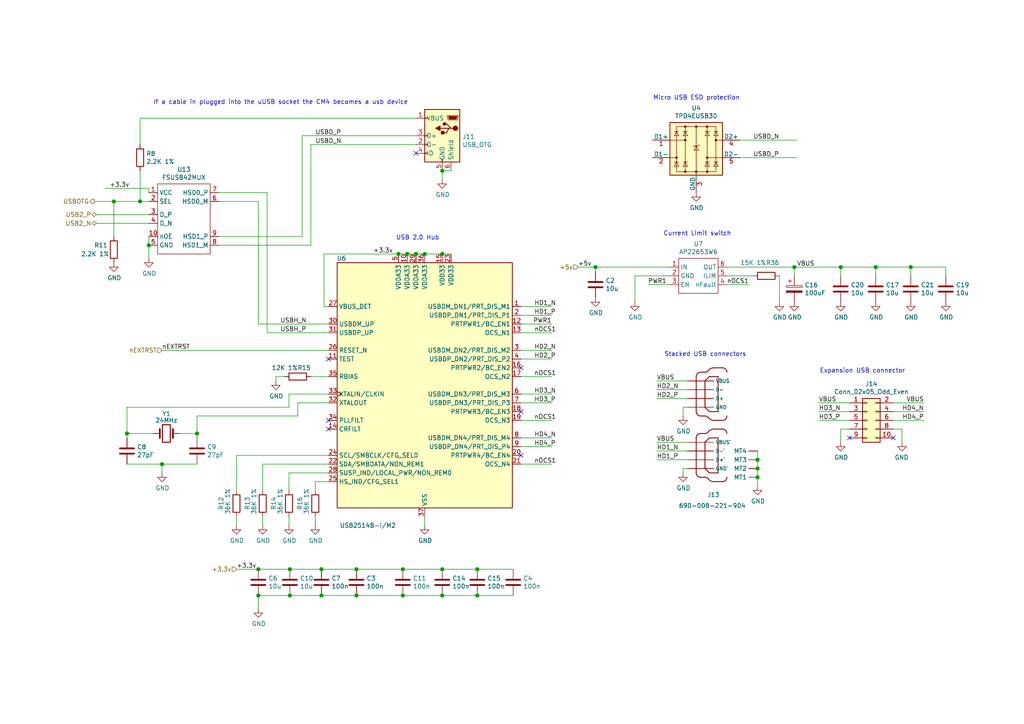
<source format=kicad_sch>
(kicad_sch (version 20230409) (generator eeschema)
  (paper "A4")
  (title_block (title "Compute Module 4 IO Board - USB") (rev "1") (company "© 2020-2022 Raspberry Pi Ltd (formerly Raspberry Pi (Trading) Ltd.)") (comment 1 "www.raspberrypi.com"))
  (lib_symbols
    (symbol "CM4IO:AP2553W6"
      (property "Reference" "U" (at 3.81 -6.35 0))
      (property "Value" "AP2553W6" (at -3.81 -6.35 0))
      (symbol "AP2553W6_0_0"
        (pin power_in line (at -8.89 2.54 0) (length 2.54) (name "IN") (number "1"))
        (pin power_out line (at -8.89 0 0) (length 2.54) (name "GND") (number "2"))
        (pin input line (at -8.89 -2.54 0) (length 2.54) (name "EN") (number "3"))
        (pin open_collector line (at 7.62 -2.54 180) (length 2.54) (name "nFault") (number "4"))
        (pin passive line (at 7.62 0 180) (length 2.54) (name "ILIM") (number "5"))
        (pin power_out line (at 7.62 2.54 180) (length 2.54) (name "OUT") (number "6"))
      )
    )
    (symbol "CM4IO:FSUSB42MX"
      (property "Reference" "U" (at -7.62 20.32 0))
      (property "Value" "FSUSB42MX" (at -2.54 -2.54 0))
      (symbol "FSUSB42MX_0_0"
        (pin power_in line (at 8.89 16.51 180) (length 2.54) (name "VCC") (number "1"))
        (pin input line (at 8.89 3.81 180) (length 2.54) (name "nOE") (number "10"))
        (pin input line (at 8.89 13.97 180) (length 2.54) (name "SEL") (number "2"))
        (pin bidirectional line (at 8.89 10.16 180) (length 2.54) (name "D_P") (number "3"))
        (pin bidirectional line (at 8.89 7.62 180) (length 2.54) (name "D_N") (number "4"))
        (pin power_in line (at 8.89 1.27 180) (length 2.54) (name "GND") (number "5"))
        (pin bidirectional line (at -11.43 13.97 0) (length 2.54) (name "HSD0_M") (number "6"))
        (pin bidirectional line (at -11.43 16.51 0) (length 2.54) (name "HSD0_P") (number "7"))
        (pin bidirectional line (at -11.43 1.27 0) (length 2.54) (name "HSD1_M") (number "8"))
        (pin bidirectional line (at -11.43 3.81 0) (length 2.54) (name "HSD1_P") (number "9"))
      )
    )
    (symbol "CM4IO:TPD4EUSB30" (pin_names (offset 0))
      (property "Reference" "U" (at -0.635 8.89 0))
      (property "Value" "TPD4EUSB30" (at 8.89 -10.16 0))
      (symbol "TPD4EUSB30_1_1"
        (pin passive line (at -12.7 2.54 0) (length 5.08) (name "D1+") (number "1"))
        (pin passive line (at -12.7 2.54 0) (length 5.08) hide (name "~") (number "10"))
        (pin passive line (at -12.7 -2.54 0) (length 5.08) (name "D1-") (number "2"))
        (pin power_in line (at 0 -12.7 90) (length 5.08) (name "GND") (number "3"))
        (pin passive line (at 12.7 2.54 180) (length 5.08) (name "D2+") (number "4"))
        (pin passive line (at 12.7 -2.54 180) (length 5.08) (name "D2-") (number "5"))
        (pin passive line (at 12.7 -2.54 180) (length 5.08) hide (name "~") (number "6"))
        (pin passive line (at 12.7 2.54 180) (length 5.08) hide (name "~") (number "7"))
        (pin passive line (at 0 -12.7 90) (length 5.08) hide (name "GND") (number "8"))
        (pin passive line (at -12.7 -2.54 0) (length 5.08) hide (name "~") (number "9"))
      )
    )
    (symbol "CM4IO:USB_67298-4090" (pin_numbers hide)
      (property "Reference" "J" (at -5.08 21.6408 0))
      (property "Value" "USB_67298-4090" (at -5.08 -17.8054 0))
      (symbol "USB_67298-4090_0_0"
        (pin power_in line (at -7.62 -2.54 0) (length 7.62) (name "VBUS`") (number "1"))
        (pin passive line (at -7.62 -5.08 0) (length 7.62) (name "D-`") (number "2"))
        (pin passive line (at -7.62 -7.62 0) (length 7.62) (name "D+`") (number "3"))
        (pin power_in line (at -7.62 -10.16 0) (length 7.62) (name "GND`") (number "4"))
        (pin power_in line (at -7.62 15.24 0) (length 7.62) (name "VBUS") (number "5"))
        (pin passive line (at -7.62 12.7 0) (length 7.62) (name "D-") (number "6"))
        (pin passive line (at -7.62 10.16 0) (length 7.62) (name "D+") (number "7"))
        (pin power_in line (at -7.62 7.62 0) (length 7.62) (name "GND") (number "8"))
        (pin passive line (at 12.7 -12.7 180) (length 2.54) (name "MT1") (number "MT1"))
        (pin passive line (at 12.7 -10.16 180) (length 2.54) (name "MT2") (number "MT2"))
        (pin passive line (at 12.7 -7.62 180) (length 2.54) (name "MT3") (number "MT3"))
        (pin passive line (at 12.7 -5.08 180) (length 2.54) (name "MT4") (number "MT4"))
      )
    )
    (symbol "Connector:USB_OTG"
      (property "Reference" "J" (at -5.08 11.43 0))
      (property "Value" "USB_OTG" (at -5.08 8.89 0))
      (symbol "USB_OTG_1_1"
        (pin power_in line (at 7.62 5.08 180) (length 2.54) (name "VBUS") (number "1"))
        (pin passive line (at 7.62 -2.54 180) (length 2.54) (name "D-") (number "2"))
        (pin passive line (at 7.62 0 180) (length 2.54) (name "D+") (number "3"))
        (pin passive line (at 7.62 -5.08 180) (length 2.54) (name "ID") (number "4"))
        (pin power_in line (at 0 -10.16 90) (length 2.54) (name "GND") (number "5"))
        (pin passive line (at -2.54 -10.16 90) (length 2.54) (name "Shield") (number "6"))
      )
    )
    (symbol "Connector_Generic:Conn_02x05_Odd_Even" (pin_names hide)
      (property "Reference" "J" (at 1.27 7.62 0))
      (property "Value" "Conn_02x05_Odd_Even" (at 1.27 -7.62 0))
      (symbol "Conn_02x05_Odd_Even_1_1"
        (pin passive line (at -5.08 5.08 0) (length 3.81) (name "Pin_1") (number "1"))
        (pin passive line (at 7.62 -5.08 180) (length 3.81) (name "Pin_10") (number "10"))
        (pin passive line (at 7.62 5.08 180) (length 3.81) (name "Pin_2") (number "2"))
        (pin passive line (at -5.08 2.54 0) (length 3.81) (name "Pin_3") (number "3"))
        (pin passive line (at 7.62 2.54 180) (length 3.81) (name "Pin_4") (number "4"))
        (pin passive line (at -5.08 0 0) (length 3.81) (name "Pin_5") (number "5"))
        (pin passive line (at 7.62 0 180) (length 3.81) (name "Pin_6") (number "6"))
        (pin passive line (at -5.08 -2.54 0) (length 3.81) (name "Pin_7") (number "7"))
        (pin passive line (at 7.62 -2.54 180) (length 3.81) (name "Pin_8") (number "8"))
        (pin passive line (at -5.08 -5.08 0) (length 3.81) (name "Pin_9") (number "9"))
      )
    )
    (symbol "Device:C" (pin_numbers hide) (pin_names (offset 0.254))
      (property "Reference" "C" (at 0.635 2.54 0))
      (property "Value" "C" (at 0.635 -2.54 0))
      (symbol "C_1_1"
        (pin passive line (at 0 3.81 270) (length 2.794) (name "~") (number "1"))
        (pin passive line (at 0 -3.81 90) (length 2.794) (name "~") (number "2"))
      )
    )
    (symbol "Device:CP" (pin_numbers hide) (pin_names (offset 0.254))
      (property "Reference" "C" (at 0.635 2.54 0))
      (property "Value" "CP" (at 0.635 -2.54 0))
      (symbol "CP_1_1"
        (pin passive line (at 0 3.81 270) (length 2.794) (name "~") (number "1"))
        (pin passive line (at 0 -3.81 90) (length 2.794) (name "~") (number "2"))
      )
    )
    (symbol "Device:Crystal" (pin_numbers hide) (pin_names hide)
      (property "Reference" "Y" (at 0 3.81 0))
      (property "Value" "Crystal" (at 0 -3.81 0))
      (symbol "Crystal_1_1"
        (pin passive line (at -3.81 0 0) (length 1.27) (name "1") (number "1"))
        (pin passive line (at 3.81 0 180) (length 1.27) (name "2") (number "2"))
      )
    )
    (symbol "Device:R" (pin_numbers hide) (pin_names (offset 0))
      (property "Reference" "R" (at 2.032 0 90))
      (property "Value" "R" (at 0 0 90))
      (symbol "R_1_1"
        (pin passive line (at 0 3.81 270) (length 1.27) (name "~") (number "1"))
        (pin passive line (at 0 -3.81 90) (length 1.27) (name "~") (number "2"))
      )
    )
    (symbol "Interface_USB:USB2514B_Bi"
      (property "Reference" "U" (at -17.78 40.64 0))
      (property "Value" "USB2514B_Bi" (at -20.32 38.1 0))
      (symbol "USB2514B_Bi_1_1"
        (pin bidirectional line (at 27.94 22.86 180) (length 2.54) (name "USBDM_DN1/PRT_DIS_M1") (number "1"))
        (pin power_in line (at -5.08 38.1 270) (length 2.54) (name "VDDA33") (number "10"))
        (pin input line (at -27.94 7.62 0) (length 2.54) (name "TEST") (number "11"))
        (pin bidirectional line (at 27.94 17.78 180) (length 2.54) (name "PRTPWR1/BC_EN1") (number "12"))
        (pin input line (at 27.94 15.24 180) (length 2.54) (name "OCS_N1") (number "13"))
        (pin input line (at -27.94 -12.7 0) (length 2.54) (name "CRFILT") (number "14"))
        (pin power_in line (at 5.08 38.1 270) (length 2.54) (name "VDD33") (number "15"))
        (pin bidirectional line (at 27.94 5.08 180) (length 2.54) (name "PRTPWR2/BC_EN2") (number "16"))
        (pin input line (at 27.94 2.54 180) (length 2.54) (name "OCS_N2") (number "17"))
        (pin bidirectional line (at 27.94 -7.62 180) (length 2.54) (name "PRTPWR3/BC_EN3") (number "18"))
        (pin input line (at 27.94 -10.16 180) (length 2.54) (name "OCS_N3") (number "19"))
        (pin bidirectional line (at 27.94 20.32 180) (length 2.54) (name "USBDP_DN1/PRT_DIS_P1") (number "2"))
        (pin bidirectional line (at 27.94 -20.32 180) (length 2.54) (name "PRTPWR4/BC_EN4") (number "20"))
        (pin input line (at 27.94 -22.86 180) (length 2.54) (name "OCS_N4") (number "21"))
        (pin bidirectional line (at -27.94 -22.86 0) (length 2.54) (name "SDA/SMBDATA/NON_REM1") (number "22"))
        (pin power_in line (at 7.62 38.1 270) (length 2.54) (name "VDD33") (number "23"))
        (pin bidirectional line (at -27.94 -20.32 0) (length 2.54) (name "SCL/SMBCLK/CFG_SEL0") (number "24"))
        (pin bidirectional line (at -27.94 -27.94 0) (length 2.54) (name "HS_IND/CFG_SEL1") (number "25"))
        (pin input line (at -27.94 10.16 0) (length 2.54) (name "RESET_N") (number "26"))
        (pin input line (at -27.94 22.86 0) (length 2.54) (name "VBUS_DET") (number "27"))
        (pin bidirectional line (at -27.94 -25.4 0) (length 2.54) (name "SUSP_IND/LOCAL_PWR/NON_REM0") (number "28"))
        (pin power_in line (at -2.54 38.1 270) (length 2.54) (name "VDDA33") (number "29"))
        (pin bidirectional line (at 27.94 10.16 180) (length 2.54) (name "USBDM_DN2/PRT_DIS_M2") (number "3"))
        (pin bidirectional line (at -27.94 17.78 0) (length 2.54) (name "USBDM_UP") (number "30"))
        (pin bidirectional line (at -27.94 15.24 0) (length 2.54) (name "USBDP_UP") (number "31"))
        (pin output line (at -27.94 -5.08 0) (length 2.54) (name "XTALOUT") (number "32"))
        (pin input clock (at -27.94 -2.54 0) (length 2.54) (name "XTALIN/CLKIN") (number "33"))
        (pin input line (at -27.94 -10.16 0) (length 2.54) (name "PLLFILT") (number "34"))
        (pin input line (at -27.94 2.54 0) (length 2.54) (name "RBIAS") (number "35"))
        (pin power_in line (at 0 38.1 270) (length 2.54) (name "VDDA33") (number "36"))
        (pin power_in line (at 0 -38.1 90) (length 2.54) (name "VSS") (number "37"))
        (pin bidirectional line (at 27.94 7.62 180) (length 2.54) (name "USBDP_DN2/PRT_DIS_P2") (number "4"))
        (pin power_in line (at -7.62 38.1 270) (length 2.54) (name "VDDA33") (number "5"))
        (pin bidirectional line (at 27.94 -2.54 180) (length 2.54) (name "USBDM_DN3/PRT_DIS_M3") (number "6"))
        (pin bidirectional line (at 27.94 -5.08 180) (length 2.54) (name "USBDP_DN3/PRT_DIS_P3") (number "7"))
        (pin bidirectional line (at 27.94 -15.24 180) (length 2.54) (name "USBDM_DN4/PRT_DIS_M4") (number "8"))
        (pin bidirectional line (at 27.94 -17.78 180) (length 2.54) (name "USBDP_DN4/PRT_DIS_P4") (number "9"))
      )
    )
    (symbol "power:GND" (power) (pin_names (offset 0))
      (property "Value" "GND" (at 0 -3.81 0))
      (symbol "GND_1_1"
        (pin power_in line (at 0 0 270) (length 0) hide (name "GND") (number "1"))
      )
    )
  )
  (junction (at 103.378 165.1) (diameter 1.016))
  (junction (at 103.378 172.72) (diameter 1.016))
  (junction (at 138.43 165.1) (diameter 1.016))
  (junction (at 93.218 165.1) (diameter 1.016))
  (junction (at 128.27 49.53) (diameter 1.016))
  (junction (at 74.93 172.72) (diameter 1.016))
  (junction (at 172.72 77.47) (diameter 1.016))
  (junction (at 219.71 138.43) (diameter 1.016))
  (junction (at 116.84 165.1) (diameter 1.016))
  (junction (at 84.074 165.1) (diameter 1.016))
  (junction (at 128.27 172.72) (diameter 1.016))
  (junction (at 254 77.47) (diameter 1.016))
  (junction (at 36.83 125.73) (diameter 1.016))
  (junction (at 120.65 73.66) (diameter 1.016))
  (junction (at 128.27 73.66) (diameter 1.016))
  (junction (at 219.71 133.35) (diameter 1.016))
  (junction (at 40.64 58.42) (diameter 1.016))
  (junction (at 219.71 135.89) (diameter 1.016))
  (junction (at 123.19 73.66) (diameter 1.016))
  (junction (at 128.27 165.1) (diameter 1.016))
  (junction (at 230.378 77.47) (diameter 1.016))
  (junction (at 74.93 165.1) (diameter 1.016))
  (junction (at 93.218 172.72) (diameter 1.016))
  (junction (at 57.15 125.73) (diameter 1.016))
  (junction (at 84.074 172.72) (diameter 1.016))
  (junction (at 264.16 77.47) (diameter 1.016))
  (junction (at 43.18 71.12) (diameter 1.016))
  (junction (at 33.02 58.42) (diameter 1.016))
  (junction (at 115.57 73.66) (diameter 1.016))
  (junction (at 243.84 77.47) (diameter 1.016))
  (junction (at 116.84 172.72) (diameter 1.016))
  (junction (at 118.11 73.66) (diameter 1.016))
  (junction (at 138.43 172.72) (diameter 1.016))
  (junction (at 46.99 134.62) (diameter 1.016))
  (no_connect (at 95.25 121.92))
  (no_connect (at 95.25 104.14))
  (no_connect (at 120.65 44.45))
  (no_connect (at 246.38 127))
  (no_connect (at 259.08 127))
  (no_connect (at 95.25 124.46))
  (no_connect (at 151.13 119.38))
  (no_connect (at 151.13 106.68))
  (no_connect (at 151.13 132.08))
  (wire (pts (xy 151.13 96.52) (xy 160.02 96.52)))
  (wire (pts (xy 86.36 116.84) (xy 86.36 120.65)))
  (wire (pts (xy 267.97 121.92) (xy 259.08 121.92)))
  (wire (pts (xy 151.13 88.9) (xy 160.02 88.9)))
  (wire (pts (xy 74.93 165.1) (xy 84.074 165.1)))
  (wire (pts (xy 190.5 113.03) (xy 199.39 113.03)))
  (wire (pts (xy 151.13 116.84) (xy 160.02 116.84)))
  (wire (pts (xy 36.83 127) (xy 36.83 125.73)))
  (wire (pts (xy 190.5 115.57) (xy 199.39 115.57)))
  (wire (pts (xy 172.72 77.47) (xy 194.31 77.47)))
  (wire (pts (xy 93.218 165.1) (xy 103.378 165.1)))
  (wire (pts (xy 267.97 116.84) (xy 259.08 116.84)))
  (wire (pts (xy 237.49 116.84) (xy 246.38 116.84)))
  (wire (pts (xy 151.13 91.44) (xy 160.02 91.44)))
  (wire (pts (xy 57.15 120.65) (xy 57.15 125.73)))
  (wire (pts (xy 95.25 93.98) (xy 74.93 93.98)))
  (wire (pts (xy 83.82 142.24) (xy 83.82 137.16)))
  (wire (pts (xy 151.13 114.3) (xy 160.02 114.3)))
  (wire (pts (xy 138.43 165.1) (xy 148.844 165.1)))
  (wire (pts (xy 68.58 149.86) (xy 68.58 152.4)))
  (wire (pts (xy 194.31 80.01) (xy 184.15 80.01)))
  (wire (pts (xy 83.82 118.11) (xy 36.83 118.11)))
  (wire (pts (xy 93.98 88.9) (xy 93.98 73.66)))
  (wire (pts (xy 43.18 58.42) (xy 40.64 58.42)))
  (wire (pts (xy 77.47 55.88) (xy 77.47 96.52)))
  (wire (pts (xy 184.15 80.01) (xy 184.15 87.63)))
  (wire (pts (xy 74.93 58.42) (xy 74.93 93.98)))
  (wire (pts (xy 118.11 73.66) (xy 120.65 73.66)))
  (wire (pts (xy 151.13 134.62) (xy 160.02 134.62)))
  (wire (pts (xy 43.18 55.88) (xy 43.18 54.61)))
  (wire (pts (xy 83.82 114.3) (xy 83.82 118.11)))
  (wire (pts (xy 36.83 118.11) (xy 36.83 125.73)))
  (wire (pts (xy 82.55 109.22) (xy 80.01 109.22)))
  (wire (pts (xy 128.27 172.72) (xy 138.43 172.72)))
  (wire (pts (xy 63.5 71.12) (xy 90.17 71.12)))
  (wire (pts (xy 91.44 149.86) (xy 91.44 152.4)))
  (wire (pts (xy 254 77.47) (xy 264.16 77.47)))
  (wire (pts (xy 264.16 77.47) (xy 264.16 80.01)))
  (wire (pts (xy 219.71 138.43) (xy 219.71 140.97)))
  (wire (pts (xy 128.27 49.53) (xy 130.81 49.53)))
  (wire (pts (xy 76.2 134.62) (xy 95.25 134.62)))
  (wire (pts (xy 90.17 71.12) (xy 90.17 41.91)))
  (wire (pts (xy 219.71 130.81) (xy 219.71 133.35)))
  (wire (pts (xy 76.2 149.86) (xy 76.2 152.4)))
  (wire (pts (xy 57.15 125.73) (xy 57.15 127)))
  (wire (pts (xy 151.13 101.6) (xy 160.02 101.6)))
  (wire (pts (xy 90.17 109.22) (xy 95.25 109.22)))
  (wire (pts (xy 190.5 130.81) (xy 199.39 130.81)))
  (wire (pts (xy 210.82 77.47) (xy 230.378 77.47)))
  (wire (pts (xy 230.378 77.47) (xy 243.84 77.47)))
  (wire (pts (xy 128.27 52.07) (xy 128.27 49.53)))
  (wire (pts (xy 167.64 77.47) (xy 172.72 77.47)))
  (wire (pts (xy 151.13 121.92) (xy 160.02 121.92)))
  (wire (pts (xy 123.19 73.66) (xy 128.27 73.66)))
  (wire (pts (xy 214.63 40.64) (xy 231.14 40.64)))
  (wire (pts (xy 243.84 77.47) (xy 254 77.47)))
  (wire (pts (xy 63.5 68.58) (xy 87.63 68.58)))
  (wire (pts (xy 27.94 64.77) (xy 43.18 64.77)))
  (wire (pts (xy 84.074 172.72) (xy 93.218 172.72)))
  (wire (pts (xy 68.58 132.08) (xy 95.25 132.08)))
  (wire (pts (xy 151.13 104.14) (xy 160.02 104.14)))
  (wire (pts (xy 95.25 116.84) (xy 86.36 116.84)))
  (wire (pts (xy 87.63 68.58) (xy 87.63 39.37)))
  (wire (pts (xy 261.62 124.46) (xy 261.62 128.27)))
  (wire (pts (xy 214.63 45.72) (xy 231.14 45.72)))
  (wire (pts (xy 190.5 128.27) (xy 199.39 128.27)))
  (wire (pts (xy 86.36 120.65) (xy 57.15 120.65)))
  (wire (pts (xy 93.98 73.66) (xy 115.57 73.66)))
  (wire (pts (xy 83.82 149.86) (xy 83.82 152.4)))
  (wire (pts (xy 237.49 121.92) (xy 246.38 121.92)))
  (wire (pts (xy 219.71 133.35) (xy 219.71 135.89)))
  (wire (pts (xy 46.99 134.62) (xy 57.15 134.62)))
  (wire (pts (xy 151.13 109.22) (xy 160.02 109.22)))
  (wire (pts (xy 91.44 142.24) (xy 91.44 139.7)))
  (wire (pts (xy 219.71 135.89) (xy 219.71 138.43)))
  (wire (pts (xy 254 77.47) (xy 254 80.01)))
  (wire (pts (xy 120.65 73.66) (xy 123.19 73.66)))
  (wire (pts (xy 27.305 58.42) (xy 33.02 58.42)))
  (wire (pts (xy 226.06 80.01) (xy 226.06 87.63)))
  (wire (pts (xy 138.43 172.72) (xy 148.844 172.72)))
  (wire (pts (xy 103.378 172.72) (xy 116.84 172.72)))
  (wire (pts (xy 83.82 114.3) (xy 95.25 114.3)))
  (wire (pts (xy 63.5 55.88) (xy 77.47 55.88)))
  (wire (pts (xy 123.19 149.86) (xy 123.19 152.4)))
  (wire (pts (xy 230.378 77.47) (xy 230.378 80.01)))
  (wire (pts (xy 199.39 118.11) (xy 198.12 118.11)))
  (wire (pts (xy 93.218 172.72) (xy 103.378 172.72)))
  (wire (pts (xy 190.5 110.49) (xy 199.39 110.49)))
  (wire (pts (xy 36.83 125.73) (xy 44.45 125.73)))
  (wire (pts (xy 237.49 119.38) (xy 246.38 119.38)))
  (wire (pts (xy 103.378 165.1) (xy 116.84 165.1)))
  (wire (pts (xy 151.13 93.98) (xy 160.02 93.98)))
  (wire (pts (xy 115.57 73.66) (xy 118.11 73.66)))
  (wire (pts (xy 30.48 54.61) (xy 43.18 54.61)))
  (wire (pts (xy 210.82 82.55) (xy 217.17 82.55)))
  (wire (pts (xy 274.32 80.01) (xy 274.32 77.47)))
  (wire (pts (xy 210.82 80.01) (xy 218.44 80.01)))
  (wire (pts (xy 187.96 82.55) (xy 194.31 82.55)))
  (wire (pts (xy 95.25 88.9) (xy 93.98 88.9)))
  (wire (pts (xy 91.44 139.7) (xy 95.25 139.7)))
  (wire (pts (xy 74.93 176.53) (xy 74.93 172.72)))
  (wire (pts (xy 36.83 134.62) (xy 46.99 134.62)))
  (wire (pts (xy 128.27 73.66) (xy 130.81 73.66)))
  (wire (pts (xy 77.47 96.52) (xy 95.25 96.52)))
  (wire (pts (xy 259.08 124.46) (xy 261.62 124.46)))
  (wire (pts (xy 63.5 58.42) (xy 74.93 58.42)))
  (wire (pts (xy 190.5 133.35) (xy 199.39 133.35)))
  (wire (pts (xy 243.84 124.46) (xy 246.38 124.46)))
  (wire (pts (xy 74.93 172.72) (xy 84.074 172.72)))
  (wire (pts (xy 68.58 165.1) (xy 74.93 165.1)))
  (wire (pts (xy 43.18 71.12) (xy 43.18 74.93)))
  (wire (pts (xy 33.02 58.42) (xy 33.02 68.58)))
  (wire (pts (xy 199.39 135.89) (xy 198.12 135.89)))
  (wire (pts (xy 116.84 172.72) (xy 128.27 172.72)))
  (wire (pts (xy 151.13 129.54) (xy 160.02 129.54)))
  (wire (pts (xy 243.84 124.46) (xy 243.84 128.27)))
  (wire (pts (xy 116.84 165.1) (xy 128.27 165.1)))
  (wire (pts (xy 40.64 49.53) (xy 40.64 58.42)))
  (wire (pts (xy 46.99 101.6) (xy 95.25 101.6)))
  (wire (pts (xy 128.27 165.1) (xy 138.43 165.1)))
  (wire (pts (xy 198.12 135.89) (xy 198.12 137.16)))
  (wire (pts (xy 151.13 127) (xy 160.02 127)))
  (wire (pts (xy 27.94 62.23) (xy 43.18 62.23)))
  (wire (pts (xy 264.16 77.47) (xy 274.32 77.47)))
  (wire (pts (xy 76.2 142.24) (xy 76.2 134.62)))
  (wire (pts (xy 52.07 125.73) (xy 57.15 125.73)))
  (wire (pts (xy 40.64 34.29) (xy 120.65 34.29)))
  (wire (pts (xy 40.64 58.42) (xy 33.02 58.42)))
  (wire (pts (xy 68.58 142.24) (xy 68.58 132.08)))
  (wire (pts (xy 90.17 41.91) (xy 120.65 41.91)))
  (wire (pts (xy 84.074 165.1) (xy 93.218 165.1)))
  (wire (pts (xy 198.12 118.11) (xy 198.12 120.65)))
  (wire (pts (xy 87.63 39.37) (xy 120.65 39.37)))
  (wire (pts (xy 172.72 78.74) (xy 172.72 77.47)))
  (wire (pts (xy 80.01 109.22) (xy 80.01 110.49)))
  (wire (pts (xy 40.64 41.91) (xy 40.64 34.29)))
  (wire (pts (xy 83.82 137.16) (xy 95.25 137.16)))
  (wire (pts (xy 43.18 68.58) (xy 43.18 71.12)))
  (wire (pts (xy 267.97 119.38) (xy 259.08 119.38)))
  (wire (pts (xy 46.99 134.62) (xy 46.99 137.16)))
  (wire (pts (xy 243.84 80.01) (xy 243.84 77.47)))
  (text "Expansion USB connector" (at 262.6106 108.3818 0) (effects (font (size 1.27 1.27)) (justify right bottom)))
  (text "Current Limit switch" (at 212.09 68.58 0) (effects (font (size 1.27 1.27)) (justify right bottom)))
  (text "USB 2.0 Hub" (at 127.4318 69.7992 0) (effects (font (size 1.27 1.27)) (justify right bottom)))
  (text "If a cable in plugged into the uUSB socket the CM4 becomes a usb device" (at 44.45 30.48 0) (effects (font (size 1.27 1.27)) (justify left bottom)))
  (text "Micro USB ESD protection" (at 214.63 29.21 0) (effects (font (size 1.27 1.27)) (justify right bottom)))
  (text "Stacked USB connectors" (at 216.4588 103.5812 0) (effects (font (size 1.27 1.27)) (justify right bottom)))
  (label "nOCS1" (at 154.94 96.52 0))
  (label "+3.3v" (at 31.75 54.61 0))
  (label "HD2_P" (at 190.5 115.57 0))
  (label "HD3_N" (at 237.49 119.38 0))
  (label "HD1_P" (at 190.5 133.35 0))
  (label "HD1_N" (at 154.94 88.9 0))
  (label "HD4_P" (at 154.94 129.54 0))
  (label "VBUS" (at 237.49 116.84 0))
  (label "nOCS1" (at 210.82 82.55 0))
  (label "VBUS" (at 190.5 110.49 0))
  (label "HD2_N" (at 190.5 113.03 0))
  (label "PWR1" (at 160.02 93.98 180))
  (label "USBD_N" (at 218.44 40.64 0))
  (label "nOCS1" (at 154.94 109.22 0))
  (label "VBUS" (at 231.14 77.47 0))
  (label "USBD_N" (at 91.44 41.91 0))
  (label "HD2_P" (at 154.94 104.14 0))
  (label "VBUS" (at 190.5 128.27 0))
  (label "+3.3v" (at 68.58 165.1 0))
  (label "+5v" (at 167.64 77.47 0))
  (label "HD4_N" (at 154.94 127 0))
  (label "HD4_P" (at 267.97 121.92 180))
  (label "USBH_P" (at 81.28 96.52 0))
  (label "HD3_P" (at 154.94 116.84 0))
  (label "nEXTRST" (at 46.99 101.6 0))
  (label "+3.3v" (at 108.204 73.66 0))
  (label "HD2_N" (at 154.94 101.6 0))
  (label "USBD_P" (at 218.44 45.72 0))
  (label "HD1_N" (at 190.5 130.81 0))
  (label "USBD_P" (at 91.44 39.37 0))
  (label "HD4_N" (at 267.97 119.38 180))
  (label "nOCS1" (at 154.94 134.62 0))
  (label "nOCS1" (at 154.94 121.92 0))
  (label "HD3_P" (at 237.49 121.92 0))
  (label "PWR1" (at 187.96 82.55 0))
  (label "USBH_N" (at 81.28 93.98 0))
  (label "HD3_N" (at 154.94 114.3 0))
  (label "HD1_P" (at 154.94 91.44 0))
  (label "VBUS" (at 267.97 116.84 180))
  (hierarchical_label "USB2_N" (shape bidirectional) (at 27.94 64.77 180))
  (hierarchical_label "USBOTG" (shape output) (at 27.305 58.42 180))
  (hierarchical_label "+3.3v" (shape input) (at 68.58 165.1 180))
  (hierarchical_label "USB2_P" (shape bidirectional) (at 27.94 62.23 180))
  (hierarchical_label "nEXTRST" (shape input) (at 46.99 101.6 180))
  (hierarchical_label "+5v" (shape input) (at 167.64 77.47 180))
  (symbol (lib_id "CM4IO:USB_67298-4090") (at 207.01 125.73 0) (unit 1)
    (property "Reference" "J13" (at 205.105 143.51 0) (effects (justify left)))
    (property "Value" "690-008-221-904" (at 196.85 146.685 0) (effects (justify left)))
    (property "Footprint" "CM4IO:MOLEX_USB_67298-4090" (effects hide))
    (property "Datasheet" "https://www.molex.com/pdm_docs/sd/672984090_sd.pdf" (effects hide))
    (property "Field4" "Farnell" (effects hide))
    (property "Field5" "	2751688" (effects hide))
    (property "Field6" "690-008-221-904" (effects hide))
    (property "Field7" "EDAC" (effects hide))
    (property "Field8" "UCON00727" (effects hide))
    (property "Part Description" "USB-A (USB TYPE-A), Stacked Receptacle Connector 8 Position Through Hole, Right Angle" (effects hide))
  )
  (symbol (lib_id "power:GND") (at 243.84 128.27 0) (unit 1)
    (property "Reference" "#PWR025" (effects hide))
    (property "Value" "GND" (at 243.967 132.6642 0))
  )
  (symbol (lib_id "power:GND") (at 261.62 128.27 0) (mirror y) (unit 1)
    (property "Reference" "#PWR026" (effects hide))
    (property "Value" "GND" (at 261.493 132.6642 0))
  )
  (symbol (lib_id "Connector_Generic:Conn_02x05_Odd_Even") (at 251.46 121.92 0) (unit 1)
    (property "Reference" "J14" (at 252.73 111.3282 0))
    (property "Value" "Conn_02x05_Odd_Even" (at 252.73 113.6396 0))
    (property "Footprint" "Connector_PinHeader_2.54mm:PinHeader_2x05_P2.54mm_Vertical" (effects hide))
    (property "Datasheet" "https://www.toby.co.uk/uploads/publications/1673.pdf" (effects hide))
    (property "Field4" "Toby" (effects hide))
    (property "Field5" "THD-05-R" (effects hide))
    (property "Field6" "THD-05-R" (effects hide))
    (property "Field7" "Toby" (effects hide))
    (property "Part Description" "PinHeader_2x05_P2.54mm_Vertical" (effects hide))
  )
  (symbol (lib_id "Connector:USB_OTG") (at 128.27 39.37 0) (mirror y) (unit 1)
    (property "Reference" "J11" (at 134.112 39.6494 0) (effects (justify right)))
    (property "Value" "USB_OTG" (at 134.112 41.9608 0) (effects (justify right)))
    (property "Footprint" "CM4IO:USB_Micro-B_EDAC_UCON00686" (effects hide))
    (property "Datasheet" "https://cdn.amphenol-icc.com/media/wysiwyg/files/documentation/datasheet/inputoutput/io_usb_micro.pd" (effects hide))
    (property "Field4" "Digikey" (effects hide))
    (property "Field5" "609-4050-2-ND" (effects hide))
    (property "Field6" "690-005-298-486" (effects hide))
    (property "Field7" "EDAC" (effects hide))
    (property "Part Description" "USB - micro B USB 2.0 Receptacle Connector 5 Position Surface Mount, Right Angle; Through Hole" (effects hide))
    (property "Field8" "UCON00686" (effects hide))
  )
  (symbol (lib_id "Device:R") (at 40.64 45.72 0) (unit 1)
    (property "Reference" "R8" (at 42.418 44.5516 0) (effects (justify left)))
    (property "Value" "2.2K 1%" (at 42.418 46.863 0) (effects (justify left)))
    (property "Footprint" "Resistor_SMD:R_0402_1005Metric" (effects hide))
    (property "Datasheet" "https://fscdn.rohm.com/en/products/databook/datasheet/passive/resistor/chip_resistor/mcr-e.pdf" (effects hide))
    (property "Field4" "Farnell" (effects hide))
    (property "Field5" "9239278" (effects hide))
    (property "Field7" "KOA EUROPE GMBH" (effects hide))
    (property "Field6" "RK73G1ETQTP2201D         " (effects hide))
    (property "Part Description" "Resistor 2.2K M1005 1% 63mW" (effects hide))
    (property "Field8" "120889581" (effects hide))
  )
  (symbol (lib_id "power:GND") (at 172.72 86.36 0) (unit 1)
    (property "Reference" "#PWR017" (effects hide))
    (property "Value" "GND" (at 172.847 90.7542 0))
  )
  (symbol (lib_id "Device:C") (at 243.84 83.82 0) (unit 1)
    (property "Reference" "C20" (at 246.761 82.6516 0) (effects (justify left)))
    (property "Value" "10u" (at 246.761 84.963 0) (effects (justify left)))
    (property "Footprint" "Capacitor_SMD:C_0805_2012Metric" (effects hide))
    (property "Datasheet" "https://search.murata.co.jp/Ceramy/image/img/A01X/G101/ENG/GRM21BR71A106KA73-01.pdf" (effects hide))
    (property "Field5" "490-14381-1-ND" (effects hide))
    (property "Field4" "Digikey" (effects hide))
    (property "Field6" "GRM21BR71A106KA73L" (effects hide))
    (property "Field7" "Murata" (effects hide))
    (property "Part Description" "	10uF 10% 10V Ceramic Capacitor X7R 0805 (2012 Metric)" (effects hide))
    (property "Field8" "111893011" (effects hide))
  )
  (symbol (lib_id "power:GND") (at 243.84 87.63 0) (unit 1)
    (property "Reference" "#PWR021" (effects hide))
    (property "Value" "GND" (at 243.967 92.0242 0))
  )
  (symbol (lib_id "Device:C") (at 254 83.82 0) (unit 1)
    (property "Reference" "C17" (at 256.921 82.6516 0) (effects (justify left)))
    (property "Value" "10u" (at 256.921 84.963 0) (effects (justify left)))
    (property "Footprint" "Capacitor_SMD:C_0805_2012Metric" (effects hide))
    (property "Datasheet" "https://search.murata.co.jp/Ceramy/image/img/A01X/G101/ENG/GRM21BR71A106KA73-01.pdf" (effects hide))
    (property "Field5" "490-14381-1-ND" (effects hide))
    (property "Field4" "Digikey" (effects hide))
    (property "Field6" "GRM21BR71A106KA73L" (effects hide))
    (property "Field7" "Murata" (effects hide))
    (property "Part Description" "	10uF 10% 10V Ceramic Capacitor X7R 0805 (2012 Metric)" (effects hide))
    (property "Field8" "111893011" (effects hide))
  )
  (symbol (lib_id "power:GND") (at 254 87.63 0) (unit 1)
    (property "Reference" "#PWR018" (effects hide))
    (property "Value" "GND" (at 254.127 92.0242 0))
  )
  (symbol (lib_id "Device:C") (at 264.16 83.82 0) (unit 1)
    (property "Reference" "C21" (at 267.081 82.6516 0) (effects (justify left)))
    (property "Value" "10u" (at 267.081 84.963 0) (effects (justify left)))
    (property "Footprint" "Capacitor_SMD:C_0805_2012Metric" (effects hide))
    (property "Datasheet" "https://search.murata.co.jp/Ceramy/image/img/A01X/G101/ENG/GRM21BR71A106KA73-01.pdf" (effects hide))
    (property "Field5" "490-14381-1-ND" (effects hide))
    (property "Field4" "Digikey" (effects hide))
    (property "Field6" "GRM21BR71A106KA73L" (effects hide))
    (property "Field7" "Murata" (effects hide))
    (property "Part Description" "	10uF 10% 10V Ceramic Capacitor X7R 0805 (2012 Metric)" (effects hide))
    (property "Field8" "111893011" (effects hide))
  )
  (symbol (lib_id "Device:C") (at 274.32 83.82 0) (unit 1)
    (property "Reference" "C19" (at 277.241 82.6516 0) (effects (justify left)))
    (property "Value" "10u" (at 277.241 84.963 0) (effects (justify left)))
    (property "Footprint" "Capacitor_SMD:C_0805_2012Metric" (effects hide))
    (property "Datasheet" "https://search.murata.co.jp/Ceramy/image/img/A01X/G101/ENG/GRM21BR71A106KA73-01.pdf" (effects hide))
    (property "Field5" "490-14381-1-ND" (effects hide))
    (property "Field4" "Digikey" (effects hide))
    (property "Field6" "GRM21BR71A106KA73L" (effects hide))
    (property "Field7" "Murata" (effects hide))
    (property "Part Description" "	10uF 10% 10V Ceramic Capacitor X7R 0805 (2012 Metric)" (effects hide))
    (property "Field8" "111893011" (effects hide))
  )
  (symbol (lib_id "power:GND") (at 198.12 120.65 0) (unit 1)
    (property "Reference" "#PWR023" (effects hide))
    (property "Value" "GND" (at 198.247 125.0442 0))
  )
  (symbol (lib_id "power:GND") (at 198.12 137.16 0) (unit 1)
    (property "Reference" "#PWR024" (effects hide))
    (property "Value" "GND" (at 198.247 141.5542 0))
  )
  (symbol (lib_id "Device:R") (at 33.02 72.39 0) (unit 1)
    (property "Reference" "R11" (at 27.305 71.12 0) (effects (justify left)))
    (property "Value" "2.2K 1%" (at 23.495 73.66 0) (effects (justify left)))
    (property "Footprint" "Resistor_SMD:R_0402_1005Metric" (effects hide))
    (property "Datasheet" "https://fscdn.rohm.com/en/products/databook/datasheet/passive/resistor/chip_resistor/mcr-e.pdf" (effects hide))
    (property "Field4" "Farnell" (effects hide))
    (property "Field5" "9239278" (effects hide))
    (property "Field7" "KOA EUROPE GMBH" (effects hide))
    (property "Field6" "RK73G1ETQTP2201D         " (effects hide))
    (property "Part Description" "Resistor 2.2K M1005 1% 63mW" (effects hide))
    (property "Field8" "120889581" (effects hide))
  )
  (symbol (lib_id "CM4IO:AP2553W6") (at 203.2 80.01 0) (unit 1)
    (property "Reference" "U7" (at 202.565 70.739 0))
    (property "Value" "AP22653W6" (at 202.565 73.0504 0))
    (property "Footprint" "Package_TO_SOT_SMD:SOT-23-6" (effects hide))
    (property "Datasheet" "https://www.diodes.com/assets/Datasheets/AP255x.pdf" (effects hide))
    (property "Field4" "Digikey" (effects hide))
    (property "Field5" "	31-AP22653W6-7CT-ND" (effects hide))
    (property "Field6" "AP22653W6" (effects hide))
    (property "Field7" "Diodes" (effects hide))
    (property "Part Description" "	Power Switch/Driver 1:1 P-Channel 2.1A SOT-23-6" (effects hide))
  )
  (symbol (lib_id "Interface_USB:USB2514B_Bi") (at 123.19 111.76 0) (unit 1)
    (property "Reference" "U6" (at 99.06 74.93 0))
    (property "Value" "USB2514B-I/M2" (at 106.68 152.4 0))
    (property "Footprint" "Package_DFN_QFN:QFN-36-1EP_6x6mm_P0.5mm_EP3.7x3.7mm" (effects hide))
    (property "Datasheet" "http://ww1.microchip.com/downloads/en/DeviceDoc/00001692C.pdf" (effects hide))
    (property "Field4" "Farnell" (effects hide))
    (property "Field5" "2775060" (effects hide))
    (property "Field6" "USB2514B-I/M2" (effects hide))
    (property "Field7" "Microchip" (effects hide))
    (property "Part Description" "	USB Hub Controller USB Interface 36-SQFN (6x6)" (effects hide))
    (property "Field8" "UICC00931" (effects hide))
  )
  (symbol (lib_id "power:GND") (at 80.01 110.49 0) (unit 1)
    (property "Reference" "#PWR010" (effects hide))
    (property "Value" "GND" (at 80.137 114.8842 0))
  )
  (symbol (lib_id "power:GND") (at 184.15 87.63 0) (unit 1)
    (property "Reference" "#PWR014" (effects hide))
    (property "Value" "GND" (at 184.277 92.0242 0))
  )
  (symbol (lib_id "Device:R") (at 83.82 146.05 0) (unit 1)
    (property "Reference" "R14" (at 79.375 147.955 90) (effects (justify left)))
    (property "Value" "36K 1%" (at 81.28 149.225 90) (effects (justify left)))
    (property "Footprint" "Resistor_SMD:R_0402_1005Metric" (effects hide))
    (property "Datasheet" "https://fscdn.rohm.com/en/products/databook/datasheet/passive/resistor/chip_resistor/mcr-e.pdf" (effects hide))
    (property "Field4" "Farnell" (effects hide))
    (property "Field5" "1458788" (effects hide))
    (property "Field7" "Rohm" (effects hide))
    (property "Field6" "MCR01MZPF3602" (effects hide))
    (property "Part Description" "Resistor 36K M1005 1% 63mW" (effects hide))
  )
  (symbol (lib_id "Device:R") (at 76.2 146.05 0) (unit 1)
    (property "Reference" "R13" (at 71.755 147.955 90) (effects (justify left)))
    (property "Value" "36K 1%" (at 73.66 149.225 90) (effects (justify left)))
    (property "Footprint" "Resistor_SMD:R_0402_1005Metric" (effects hide))
    (property "Datasheet" "https://fscdn.rohm.com/en/products/databook/datasheet/passive/resistor/chip_resistor/mcr-e.pdf" (effects hide))
    (property "Field4" "Farnell" (effects hide))
    (property "Field5" "1458788" (effects hide))
    (property "Field7" "Rohm" (effects hide))
    (property "Field6" "MCR01MZPF3602" (effects hide))
    (property "Part Description" "Resistor 36K M1005 1% 63mW" (effects hide))
  )
  (symbol (lib_id "Device:R") (at 68.58 146.05 0) (unit 1)
    (property "Reference" "R12" (at 64.135 147.955 90) (effects (justify left)))
    (property "Value" "36K 1%" (at 66.04 149.225 90) (effects (justify left)))
    (property "Footprint" "Resistor_SMD:R_0402_1005Metric" (effects hide))
    (property "Datasheet" "https://fscdn.rohm.com/en/products/databook/datasheet/passive/resistor/chip_resistor/mcr-e.pdf" (effects hide))
    (property "Field4" "Farnell" (effects hide))
    (property "Field5" "1458788" (effects hide))
    (property "Field7" "Rohm" (effects hide))
    (property "Field6" "MCR01MZPF3602" (effects hide))
    (property "Part Description" "Resistor 36K M1005 1% 63mW" (effects hide))
  )
  (symbol (lib_id "power:GND") (at 68.58 152.4 0) (unit 1)
    (property "Reference" "#PWR08" (effects hide))
    (property "Value" "GND" (at 68.707 156.7942 0))
  )
  (symbol (lib_id "power:GND") (at 76.2 152.4 0) (unit 1)
    (property "Reference" "#PWR09" (effects hide))
    (property "Value" "GND" (at 76.327 156.7942 0))
  )
  (symbol (lib_id "power:GND") (at 83.82 152.4 0) (unit 1)
    (property "Reference" "#PWR011" (effects hide))
    (property "Value" "GND" (at 83.947 156.7942 0))
  )
  (symbol (lib_id "power:GND") (at 91.44 152.4 0) (unit 1)
    (property "Reference" "#PWR012" (effects hide))
    (property "Value" "GND" (at 91.567 156.7942 0))
  )
  (symbol (lib_id "Device:R") (at 222.25 80.01 90) (unit 1)
    (property "Reference" "R36" (at 226.06 76.2 90) (effects (justify left)))
    (property "Value" "15K 1%" (at 222.25 76.2 90) (effects (justify left)))
    (property "Footprint" "Resistor_SMD:R_0402_1005Metric" (effects hide))
    (property "Datasheet" "https://fscdn.rohm.com/en/products/databook/datasheet/passive/resistor/chip_resistor/mcr-e.pdf" (effects hide))
    (property "Field4" "Farnell" (effects hide))
    (property "Field5" "9239375" (effects hide))
    (property "Field6" "MCR01MZPF1502" (effects hide))
    (property "Field7" "Rohm" (effects hide))
    (property "Part Description" "Resistor 15K M1005 1% 63mW" (effects hide))
    (property "Field8" "120891581" (effects hide))
  )
  (symbol (lib_id "power:GND") (at 226.06 87.63 0) (unit 1)
    (property "Reference" "#PWR019" (effects hide))
    (property "Value" "GND" (at 226.187 92.0242 0))
  )
  (symbol (lib_id "power:GND") (at 264.16 87.63 0) (unit 1)
    (property "Reference" "#PWR049" (effects hide))
    (property "Value" "GND" (at 264.287 92.0242 0))
  )
  (symbol (lib_id "power:GND") (at 274.32 87.63 0) (unit 1)
    (property "Reference" "#PWR050" (effects hide))
    (property "Value" "GND" (at 274.447 92.0242 0))
  )
  (symbol (lib_id "power:GND") (at 219.71 140.97 0) (unit 1)
    (property "Reference" "#PWR0114" (effects hide))
    (property "Value" "GND" (at 219.837 145.3642 0))
  )
  (symbol (lib_id "power:GND") (at 128.27 52.07 0) (unit 1)
    (property "Reference" "#PWR013" (effects hide))
    (property "Value" "GND" (at 128.397 56.4642 0))
  )
  (symbol (lib_id "CM4IO:FSUSB42MX") (at 52.07 72.39 0) (mirror y) (unit 1)
    (property "Reference" "U13" (at 53.34 49.149 0))
    (property "Value" "FSUSB42MUX" (at 53.34 51.4604 0))
    (property "Footprint" "Package_SO:MSOP-10_3x3mm_P0.5mm" (effects hide))
    (property "Datasheet" "https://www.onsemi.com/pub/Collateral/FSUSB42-D.PDF" (effects hide))
    (property "Field4" "Farnell" (effects hide))
    (property "Field5" "2564479" (effects hide))
    (property "Field6" "FSUSB42MUX" (effects hide))
    (property "Field7" "Onsemi" (effects hide))
    (property "Part Description" "USB Switch IC 1 Channel 10-MSOP" (effects hide))
  )
  (symbol (lib_id "power:GND") (at 123.19 152.4 0) (unit 1)
    (property "Reference" "#PWR0142" (effects hide))
    (property "Value" "GND" (at 123.317 156.7942 0))
  )
  (symbol (lib_id "power:GND") (at 43.18 74.93 0) (unit 1)
    (property "Reference" "#PWR0143" (effects hide))
    (property "Value" "GND" (at 43.307 79.3242 0))
  )
  (symbol (lib_id "power:GND") (at 33.02 76.2 0) (unit 1)
    (property "Reference" "#PWR0144" (effects hide))
    (property "Value" "GND" (at 33.147 80.5942 0))
  )
  (symbol (lib_id "Device:R") (at 86.36 109.22 90) (unit 1)
    (property "Reference" "R15" (at 90.17 106.68 90) (effects (justify left)))
    (property "Value" "12K 1%" (at 86.36 106.68 90) (effects (justify left)))
    (property "Footprint" "Resistor_SMD:R_0402_1005Metric" (effects hide))
    (property "Datasheet" "https://fscdn.rohm.com/en/products/databook/datasheet/passive/resistor/chip_resistor/mcr-e.pdf" (effects hide))
    (property "Field4" "Farnell" (effects hide))
    (property "Field5" "9239367" (effects hide))
    (property "Field7" "Rohm" (effects hide))
    (property "Field6" "MCR01MZPF1202" (effects hide))
    (property "Part Description" "Resistor 12K M1005 1% 63mW" (effects hide))
  )
  (symbol (lib_id "Device:R") (at 91.44 146.05 0) (unit 1)
    (property "Reference" "R16" (at 86.995 147.955 90) (effects (justify left)))
    (property "Value" "36K 1%" (at 88.9 149.225 90) (effects (justify left)))
    (property "Footprint" "Resistor_SMD:R_0402_1005Metric" (effects hide))
    (property "Datasheet" "https://fscdn.rohm.com/en/products/databook/datasheet/passive/resistor/chip_resistor/mcr-e.pdf" (effects hide))
    (property "Field4" "Farnell" (effects hide))
    (property "Field5" "1458788" (effects hide))
    (property "Field7" "Rohm" (effects hide))
    (property "Field6" "MCR01MZPF3602" (effects hide))
    (property "Part Description" "Resistor 36K M1005 1% 63mW" (effects hide))
  )
  (symbol (lib_id "Device:C") (at 116.84 168.91 0) (unit 1)
    (property "Reference" "C11" (at 119.761 167.7416 0) (effects (justify left)))
    (property "Value" "100n" (at 119.761 170.053 0) (effects (justify left)))
    (property "Footprint" "Capacitor_SMD:C_0402_1005Metric" (effects hide))
    (property "Datasheet" "https://search.murata.co.jp/Ceramy/image/img/A01X/G101/ENG/GRM155R71C104KA88-01.pdf" (effects hide))
    (property "Field4" "Farnell" (effects hide))
    (property "Field5" "2611911" (effects hide))
    (property "Field6" "RM EMK105 B7104KV-F" (effects hide))
    (property "Field7" "TAIYO YUDEN EUROPE GMBH" (effects hide))
    (property "Part Description" "	0.1uF 10% 16V Ceramic Capacitor X7R 0402 (1005 Metric)" (effects hide))
    (property "Field8" "110091611" (effects hide))
  )
  (symbol (lib_id "Device:C") (at 128.27 168.91 0) (unit 1)
    (property "Reference" "C14" (at 131.191 167.7416 0) (effects (justify left)))
    (property "Value" "100n" (at 131.191 170.053 0) (effects (justify left)))
    (property "Footprint" "Capacitor_SMD:C_0402_1005Metric" (effects hide))
    (property "Datasheet" "https://search.murata.co.jp/Ceramy/image/img/A01X/G101/ENG/GRM155R71C104KA88-01.pdf" (effects hide))
    (property "Field4" "Farnell" (effects hide))
    (property "Field5" "2611911" (effects hide))
    (property "Field6" "RM EMK105 B7104KV-F" (effects hide))
    (property "Field7" "TAIYO YUDEN EUROPE GMBH" (effects hide))
    (property "Part Description" "	0.1uF 10% 16V Ceramic Capacitor X7R 0402 (1005 Metric)" (effects hide))
    (property "Field8" "110091611" (effects hide))
  )
  (symbol (lib_id "Device:C") (at 138.43 168.91 0) (unit 1)
    (property "Reference" "C15" (at 141.351 167.7416 0) (effects (justify left)))
    (property "Value" "100n" (at 141.351 170.053 0) (effects (justify left)))
    (property "Footprint" "Capacitor_SMD:C_0402_1005Metric" (effects hide))
    (property "Datasheet" "https://search.murata.co.jp/Ceramy/image/img/A01X/G101/ENG/GRM155R71C104KA88-01.pdf" (effects hide))
    (property "Field4" "Farnell" (effects hide))
    (property "Field5" "2611911" (effects hide))
    (property "Field6" "RM EMK105 B7104KV-F" (effects hide))
    (property "Field7" "TAIYO YUDEN EUROPE GMBH" (effects hide))
    (property "Part Description" "	0.1uF 10% 16V Ceramic Capacitor X7R 0402 (1005 Metric)" (effects hide))
    (property "Field8" "110091611" (effects hide))
  )
  (symbol (lib_id "Device:C") (at 93.218 168.91 0) (unit 1)
    (property "Reference" "C7" (at 96.139 167.7416 0) (effects (justify left)))
    (property "Value" "100n" (at 96.139 170.053 0) (effects (justify left)))
    (property "Footprint" "Capacitor_SMD:C_0402_1005Metric" (effects hide))
    (property "Datasheet" "https://search.murata.co.jp/Ceramy/image/img/A01X/G101/ENG/GRM155R71C104KA88-01.pdf" (effects hide))
    (property "Field4" "Farnell" (effects hide))
    (property "Field5" "2611911" (effects hide))
    (property "Field6" "RM EMK105 B7104KV-F" (effects hide))
    (property "Field7" "TAIYO YUDEN EUROPE GMBH" (effects hide))
    (property "Part Description" "	0.1uF 10% 16V Ceramic Capacitor X7R 0402 (1005 Metric)" (effects hide))
    (property "Field8" "110091611" (effects hide))
  )
  (symbol (lib_id "power:GND") (at 74.93 176.53 0) (unit 1)
    (property "Reference" "#PWR06" (effects hide))
    (property "Value" "GND" (at 75.057 180.9242 0))
  )
  (symbol (lib_id "Device:C") (at 74.93 168.91 0) (unit 1)
    (property "Reference" "C6" (at 77.851 167.7416 0) (effects (justify left)))
    (property "Value" "10u" (at 77.851 170.053 0) (effects (justify left)))
    (property "Footprint" "Capacitor_SMD:C_0805_2012Metric" (effects hide))
    (property "Datasheet" "https://search.murata.co.jp/Ceramy/image/img/A01X/G101/ENG/GRM21BR71A106KA73-01.pdf" (effects hide))
    (property "Field5" "490-14381-1-ND" (effects hide))
    (property "Field4" "Digikey" (effects hide))
    (property "Field6" "GRM21BR71A106KA73L" (effects hide))
    (property "Field7" "Murata" (effects hide))
    (property "Part Description" "	10uF 10% 10V Ceramic Capacitor X7R 0805 (2012 Metric)" (effects hide))
    (property "Field8" "111893011" (effects hide))
  )
  (symbol (lib_id "Device:C") (at 84.074 168.91 0) (unit 1)
    (property "Reference" "C10" (at 86.995 167.7416 0) (effects (justify left)))
    (property "Value" "10u" (at 86.995 170.053 0) (effects (justify left)))
    (property "Footprint" "Capacitor_SMD:C_0805_2012Metric" (effects hide))
    (property "Datasheet" "https://search.murata.co.jp/Ceramy/image/img/A01X/G101/ENG/GRM21BR71A106KA73-01.pdf" (effects hide))
    (property "Field5" "490-14381-1-ND" (effects hide))
    (property "Field4" "Digikey" (effects hide))
    (property "Field6" "GRM21BR71A106KA73L" (effects hide))
    (property "Field7" "Murata" (effects hide))
    (property "Part Description" "	10uF 10% 10V Ceramic Capacitor X7R 0805 (2012 Metric)" (effects hide))
    (property "Field8" "111893011" (effects hide))
  )
  (symbol (lib_id "Device:Crystal") (at 48.26 125.73 0) (unit 1)
    (property "Reference" "Y1" (at 48.26 120.015 0))
    (property "Value" "24MHz" (at 48.26 121.92 0))
    (property "Footprint" "Crystal:Crystal_SMD_HC49-SD" (effects hide))
    (property "Field4" "Farnell" (effects hide))
    (property "Field5" "2508493" (effects hide))
    (property "Field7" "AEL" (effects hide))
    (property "Field6" "X24M000000S128" (effects hide))
    (property "Part Description" "24MHz Crystal 18pf 30ppm 30ppm" (effects hide))
  )
  (symbol (lib_id "Device:C") (at 36.83 130.81 0) (unit 1)
    (property "Reference" "C8" (at 39.751 129.6416 0) (effects (justify left)))
    (property "Value" "27pF" (at 39.751 131.953 0) (effects (justify left)))
    (property "Footprint" "Capacitor_SMD:C_0402_1005Metric" (effects hide))
    (property "Datasheet" "https://search.murata.co.jp/Ceramy/image/img/A01X/G101/ENG/GJM1555C1H270JB01-01.pdf" (effects hide))
    (property "Field8" "UCAP00738 " (effects hide))
    (property "Field5" "490-17672-1-ND" (effects hide))
    (property "Field6" "GJM1555C1H270JB01D" (effects hide))
    (property "Field7" "Murata" (effects hide))
    (property "Part Description" "	27pF 5% 50V Ceramic Capacitor C0G, NP0 0402 (1005 Metric)" (effects hide))
    (property "Field4" "Digikey" (effects hide))
  )
  (symbol (lib_id "Device:C") (at 57.15 130.81 0) (unit 1)
    (property "Reference" "C9" (at 60.071 129.6416 0) (effects (justify left)))
    (property "Value" "27pF" (at 60.071 131.953 0) (effects (justify left)))
    (property "Footprint" "Capacitor_SMD:C_0402_1005Metric" (effects hide))
    (property "Datasheet" "https://search.murata.co.jp/Ceramy/image/img/A01X/G101/ENG/GJM1555C1H270JB01-01.pdf" (effects hide))
    (property "Field8" "UCAP00738 " (effects hide))
    (property "Field5" "490-17672-1-ND" (effects hide))
    (property "Field6" "GJM1555C1H270JB01D" (effects hide))
    (property "Field7" "Murata" (effects hide))
    (property "Part Description" "	27pF 5% 50V Ceramic Capacitor C0G, NP0 0402 (1005 Metric)" (effects hide))
    (property "Field4" "Digikey" (effects hide))
  )
  (symbol (lib_id "power:GND") (at 46.99 137.16 0) (unit 1)
    (property "Reference" "#PWR07" (effects hide))
    (property "Value" "GND" (at 47.117 141.5542 0))
  )
  (symbol (lib_id "power:GND") (at 201.93 55.88 0) (unit 1)
    (property "Reference" "#PWR0123" (effects hide))
    (property "Value" "GND" (at 202.057 60.2742 0))
  )
  (symbol (lib_id "power:GND") (at 230.378 87.63 0) (unit 1)
    (property "Reference" "#PWR01" (effects hide))
    (property "Value" "GND" (at 230.505 92.0242 0))
  )
  (symbol (lib_id "Device:C") (at 103.378 168.91 0) (unit 1)
    (property "Reference" "C3" (at 106.299 167.7416 0) (effects (justify left)))
    (property "Value" "100n" (at 106.299 170.053 0) (effects (justify left)))
    (property "Footprint" "Capacitor_SMD:C_0402_1005Metric" (effects hide))
    (property "Datasheet" "https://search.murata.co.jp/Ceramy/image/img/A01X/G101/ENG/GRM155R71C104KA88-01.pdf" (effects hide))
    (property "Field4" "Farnell" (effects hide))
    (property "Field5" "2611911" (effects hide))
    (property "Field6" "RM EMK105 B7104KV-F" (effects hide))
    (property "Field7" "TAIYO YUDEN EUROPE GMBH" (effects hide))
    (property "Part Description" "	0.1uF 10% 16V Ceramic Capacitor X7R 0402 (1005 Metric)" (effects hide))
    (property "Field8" "110091611" (effects hide))
  )
  (symbol (lib_id "Device:C") (at 148.844 168.91 0) (unit 1)
    (property "Reference" "C4" (at 151.765 167.7416 0) (effects (justify left)))
    (property "Value" "100n" (at 151.765 170.053 0) (effects (justify left)))
    (property "Footprint" "Capacitor_SMD:C_0402_1005Metric" (effects hide))
    (property "Datasheet" "https://search.murata.co.jp/Ceramy/image/img/A01X/G101/ENG/GRM155R71C104KA88-01.pdf" (effects hide))
    (property "Field4" "Farnell" (effects hide))
    (property "Field5" "2611911" (effects hide))
    (property "Field6" "RM EMK105 B7104KV-F" (effects hide))
    (property "Field7" "TAIYO YUDEN EUROPE GMBH" (effects hide))
    (property "Part Description" "	0.1uF 10% 16V Ceramic Capacitor X7R 0402 (1005 Metric)" (effects hide))
    (property "Field8" "110091611" (effects hide))
  )
  (symbol (lib_id "Device:C") (at 172.72 82.55 0) (unit 1)
    (property "Reference" "C2" (at 175.641 81.3816 0) (effects (justify left)))
    (property "Value" "10u" (at 175.641 83.693 0) (effects (justify left)))
    (property "Footprint" "Capacitor_SMD:C_0805_2012Metric" (effects hide))
    (property "Datasheet" "https://search.murata.co.jp/Ceramy/image/img/A01X/G101/ENG/GRM21BR71A106KA73-01.pdf" (effects hide))
    (property "Field5" "490-14381-1-ND" (effects hide))
    (property "Field4" "Digikey" (effects hide))
    (property "Field6" "GRM21BR71A106KA73L" (effects hide))
    (property "Field7" "Murata" (effects hide))
    (property "Part Description" "	10uF 10% 10V Ceramic Capacitor X7R 0805 (2012 Metric)" (effects hide))
    (property "Field8" "111893011" (effects hide))
  )
  (symbol (lib_id "CM4IO:TPD4EUSB30") (at 201.93 43.18 0) (unit 1)
    (property "Reference" "U4" (at 201.93 31.3182 0))
    (property "Value" "TPD4EUSB30" (at 201.93 33.6296 0))
    (property "Footprint" "Package_SON:USON-10_2.5x1.0mm_P0.5mm" (effects hide))
    (property "Datasheet" "http://www.ti.com/lit/ds/symlink/tpd2eusb30a.pdf" (effects hide))
    (property "Field4" "Farnell" (effects hide))
    (property "Field5" "2335455" (effects hide))
    (property "Field6" "CDDFN10-3324P-13" (effects hide))
    (property "Field7" "Bourns" (effects hide))
    (property "Field8" "UDIO00346" (effects hide))
    (property "Part Description" "Quad TVS diode for high speed signals (USB3, GigE etc.)" (effects hide))
  )
  (symbol (lib_id "Device:CP") (at 230.378 83.82 0) (unit 1)
    (property "Reference" "C16" (at 233.3752 82.677 0) (effects (justify left)))
    (property "Value" "100uF" (at 233.3752 84.963 0) (effects (justify left)))
    (property "Footprint" "Capacitor_Tantalum_SMD:CP_EIA-7343-31_Kemet-D" (effects hide))
    (property "Field4" "Mouser" (effects hide))
    (property "Field5" "667-EEF-CX0J101R" (effects hide))
    (property "Part Description" "Capacitor, SP-Cap, 100u, 6.3V, 15mR ESR" (effects hide))
  )
)
</source>
